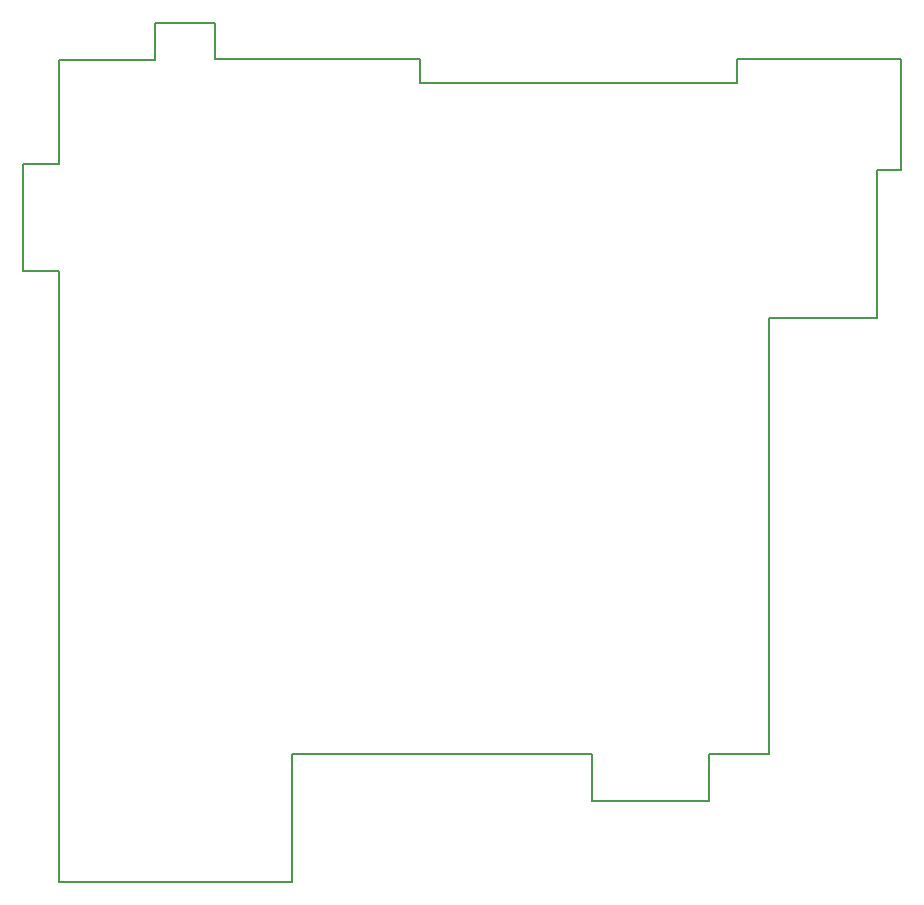
<source format=gm1>
G04*
G04 #@! TF.GenerationSoftware,Altium Limited,Altium Designer,20.2.4 (192)*
G04*
G04 Layer_Color=16711935*
%FSLAX25Y25*%
%MOIN*%
G70*
G04*
G04 #@! TF.SameCoordinates,2C05E507-4EA5-4E47-A472-78439CCED8C8*
G04*
G04*
G04 #@! TF.FilePolarity,Positive*
G04*
G01*
G75*
%ADD10C,0.00787*%
D10*
X273819Y-35433D02*
Y1575D01*
X-7087Y-272756D02*
X70866D01*
Y-229842D01*
X265748Y-84646D02*
Y-35433D01*
X209842Y-229842D02*
X229724D01*
Y-84646D01*
X265748D01*
X102977Y-229842D02*
X170669D01*
X265748Y-35433D02*
X273819D01*
X209842Y-245591D02*
Y-229842D01*
X170669Y-245591D02*
X209842D01*
X170669D02*
Y-229842D01*
X44882Y1575D02*
Y13780D01*
X25000D02*
X44882D01*
X25000Y1181D02*
Y13780D01*
X70866Y-229842D02*
X102977D01*
X-7087Y-272756D02*
Y-68898D01*
Y1181D02*
X25000D01*
X-7087Y-33465D02*
Y1181D01*
X-18898Y-33465D02*
X-7087D01*
X-18898Y-68898D02*
Y-33465D01*
Y-68898D02*
X-7087D01*
X44882Y1575D02*
X113386D01*
X218898D02*
X273819D01*
X113386Y-6299D02*
Y1575D01*
Y-6299D02*
X218898D01*
Y1575D01*
X273819Y-35433D02*
Y1575D01*
X-7087Y-272756D02*
X70866D01*
Y-229842D01*
X265748Y-84646D02*
Y-35433D01*
X209842Y-229842D02*
X229724D01*
Y-84646D01*
X265748D01*
X102977Y-229842D02*
X170669D01*
X265748Y-35433D02*
X273819D01*
X209842Y-245591D02*
Y-229842D01*
X170669Y-245591D02*
X209842D01*
X170669D02*
Y-229842D01*
X44882Y1575D02*
Y13780D01*
X25000D02*
X44882D01*
X25000Y1181D02*
Y13780D01*
X70866Y-229842D02*
X102977D01*
X-7087Y-272756D02*
Y-68898D01*
Y1181D02*
X25000D01*
X-7087Y-33465D02*
Y1181D01*
X-18898Y-33465D02*
X-7087D01*
X-18898Y-68898D02*
Y-33465D01*
Y-68898D02*
X-7087D01*
X44882Y1575D02*
X113386D01*
X218898D02*
X273819D01*
X113386Y-6299D02*
Y1575D01*
Y-6299D02*
X218898D01*
Y1575D01*
M02*

</source>
